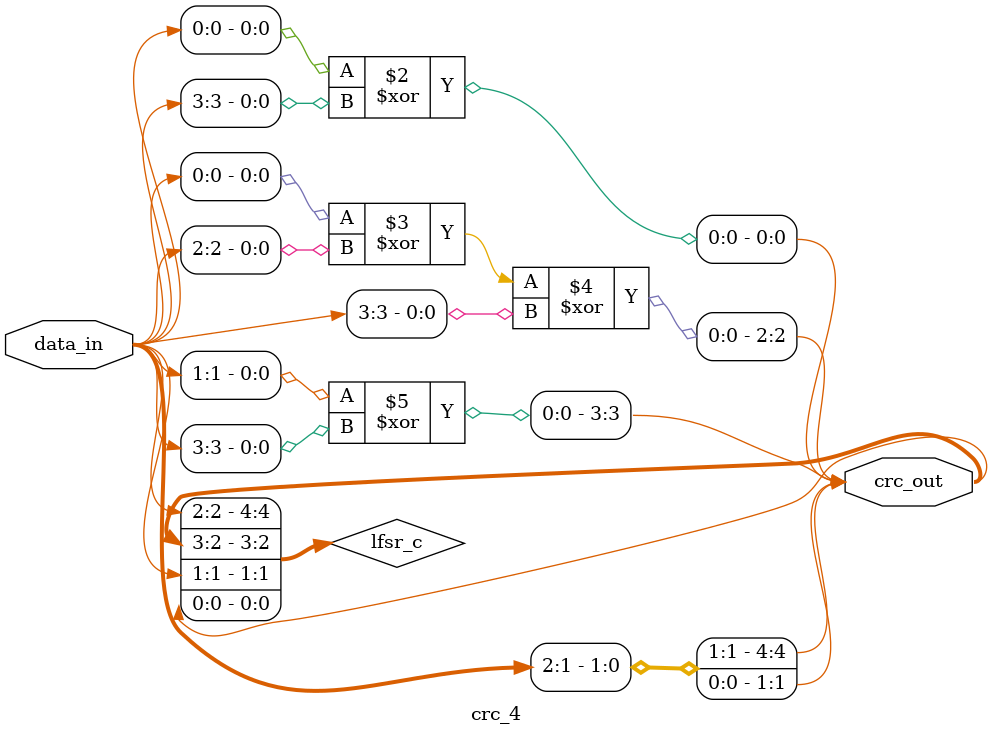
<source format=v>

module crc_4(
  input [3:0] data_in,
  output [4:0] crc_out
  );

  reg [4:0] lfsr_c;

  assign crc_out = lfsr_c;

  always @(*) begin
    lfsr_c[0] = data_in[0] ^ data_in[3];
    lfsr_c[1] = data_in[1];
    lfsr_c[2] = data_in[0] ^ data_in[2] ^ data_in[3];
    lfsr_c[3] = data_in[1] ^ data_in[3];
    lfsr_c[4] = data_in[2];

  end // always
endmodule // crc


</source>
